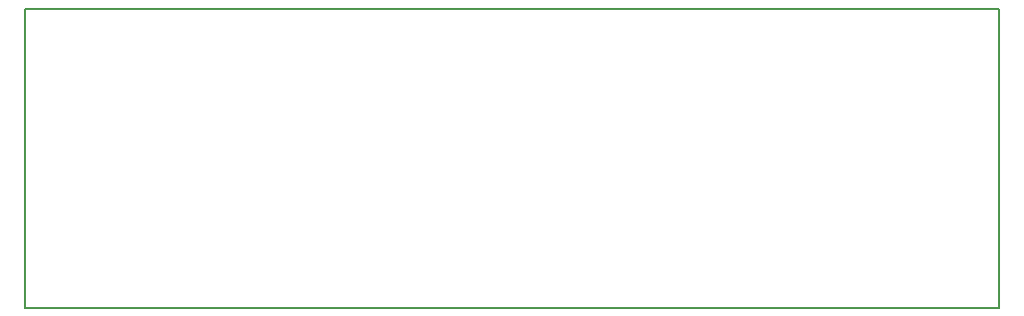
<source format=gm1>
G04 #@! TF.FileFunction,Profile,NP*
%FSLAX46Y46*%
G04 Gerber Fmt 4.6, Leading zero omitted, Abs format (unit mm)*
G04 Created by KiCad (PCBNEW 4.0.6) date Thursday, June 15, 2017 'AMt' 10:45:33 AM*
%MOMM*%
%LPD*%
G01*
G04 APERTURE LIST*
%ADD10C,0.100000*%
%ADD11C,0.150000*%
G04 APERTURE END LIST*
D10*
D11*
X209550000Y-95250000D02*
X127000000Y-95250000D01*
X209550000Y-120650000D02*
X209550000Y-95250000D01*
X127000000Y-120650000D02*
X209550000Y-120650000D01*
X127000000Y-95250000D02*
X127000000Y-120650000D01*
M02*

</source>
